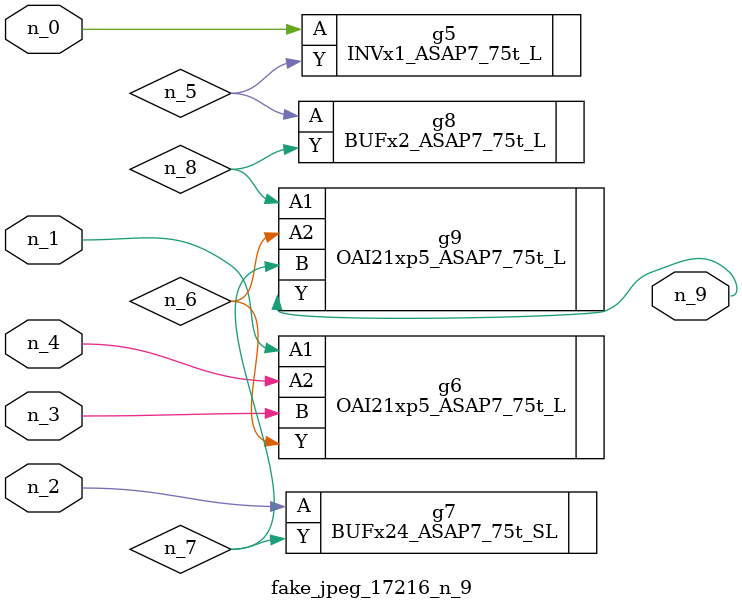
<source format=v>
module fake_jpeg_17216_n_9 (n_3, n_2, n_1, n_0, n_4, n_9);

input n_3;
input n_2;
input n_1;
input n_0;
input n_4;

output n_9;

wire n_8;
wire n_6;
wire n_5;
wire n_7;

INVx1_ASAP7_75t_L g5 ( 
.A(n_0),
.Y(n_5)
);

OAI21xp5_ASAP7_75t_L g6 ( 
.A1(n_1),
.A2(n_4),
.B(n_3),
.Y(n_6)
);

BUFx24_ASAP7_75t_SL g7 ( 
.A(n_2),
.Y(n_7)
);

BUFx2_ASAP7_75t_L g8 ( 
.A(n_5),
.Y(n_8)
);

OAI21xp5_ASAP7_75t_L g9 ( 
.A1(n_8),
.A2(n_6),
.B(n_7),
.Y(n_9)
);


endmodule
</source>
